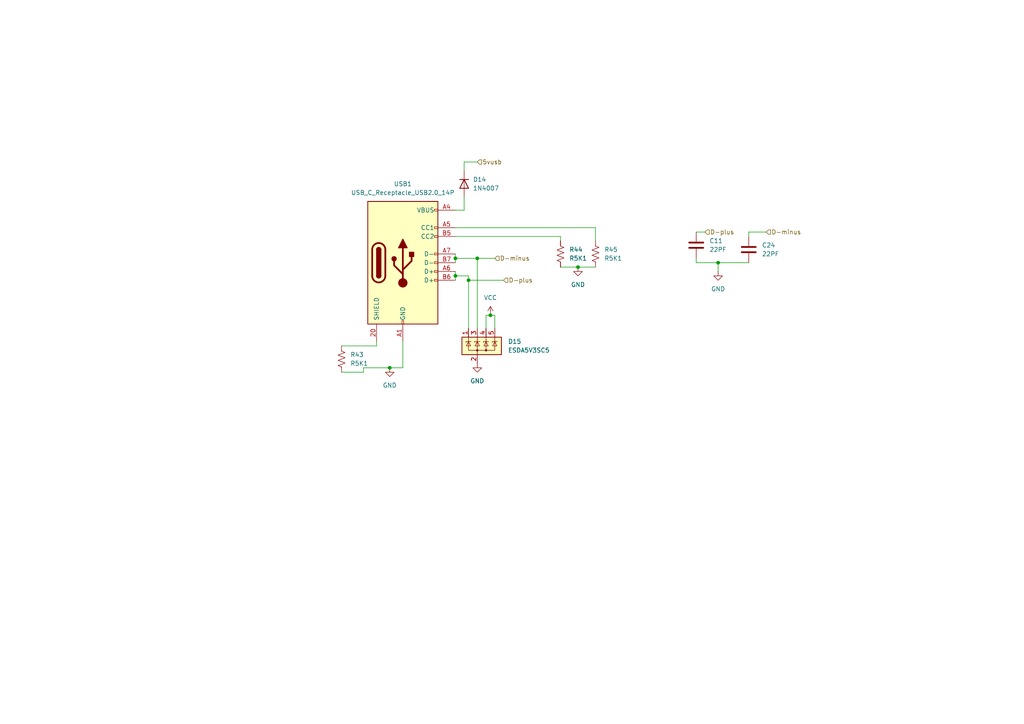
<source format=kicad_sch>
(kicad_sch (version 20250114) (generator "eeschema") (generator_version "9.0")
  (paper "A4")
  (lib_symbols
    (symbol "Connector:USB_C_Receptacle_USB2.0_14P" (pin_names (offset 1.016))
      (property "Reference" "USB1" (at 0 22.86 0))
      (property "Value" "USB_C_Receptacle_USB2.0_14P" (at 0 20.32 0))
      (symbol "USB_C_Receptacle_USB2.0_14P_0_0"
        (rectangle (start -0.254 -17.78) (end 0.254 -16.764))
        (rectangle (start 10.16 15.494) (end 9.144 14.986))
        (rectangle (start 10.16 10.414) (end 9.144 9.906))
        (rectangle (start 10.16 7.874) (end 9.144 7.366))
        (rectangle (start 10.16 2.794) (end 9.144 2.286))
        (rectangle (start 10.16 0.254) (end 9.144 -0.254))
        (rectangle (start 10.16 -2.286) (end 9.144 -2.794))
        (rectangle (start 10.16 -4.826) (end 9.144 -5.334))
      )
      (symbol "USB_C_Receptacle_USB2.0_14P_0_1"
        (rectangle (start -10.16 17.78) (end 10.16 -17.78) (stroke (width 0.254)) (fill (type background)))
        (polyline (pts (xy -8.89 -3.81) (xy -8.89 3.81)) (stroke (width 0.508)))
        (rectangle (start -7.62 -3.81) (end -6.35 3.81) (stroke (width 0.254)) (fill (type outline)))
        (arc (start -7.62 3.81) (mid -6.985 4.4423) (end -6.35 3.81) (stroke (width 0.254)))
        (arc (start -7.62 3.81) (mid -6.985 4.4423) (end -6.35 3.81) (stroke (width 0.254)) (fill (type outline)))
        (arc (start -8.89 3.81) (mid -6.985 5.7067) (end -5.08 3.81) (stroke (width 0.508)))
        (arc (start -5.08 -3.81) (mid -6.985 -5.7067) (end -8.89 -3.81) (stroke (width 0.508)))
        (arc (start -6.35 -3.81) (mid -6.985 -4.4423) (end -7.62 -3.81) (stroke (width 0.254)))
        (arc (start -6.35 -3.81) (mid -6.985 -4.4423) (end -7.62 -3.81) (stroke (width 0.254)) (fill (type outline)))
        (polyline (pts (xy -5.08 3.81) (xy -5.08 -3.81)) (stroke (width 0.508)))
        (circle (center -2.54 1.143) (radius 0.635) (stroke (width 0.254)) (fill (type outline)))
        (polyline (pts (xy -1.27 4.318) (xy 0 6.858) (xy 1.27 4.318) (xy -1.27 4.318)) (stroke (width 0.254)) (fill (type outline)))
        (polyline (pts (xy 0 -2.032) (xy 2.54 0.508) (xy 2.54 1.778)) (stroke (width 0.508)))
        (polyline (pts (xy 0 -3.302) (xy -2.54 -0.762) (xy -2.54 0.508)) (stroke (width 0.508)))
        (polyline (pts (xy 0 -5.842) (xy 0 4.318)) (stroke (width 0.508)))
        (circle (center 0 -5.842) (radius 1.27) (fill (type outline)))
        (rectangle (start 1.905 1.778) (end 3.175 3.048) (stroke (width 0.254)) (fill (type outline)))
      )
      (symbol "USB_C_Receptacle_USB2.0_14P_1_1"
        (pin passive line (at -7.62 -22.86 90) (length 5.08) (name "SHIELD") (number "20"))
        (pin passive line (at 0 -22.86 90) (length 5.08) (name "GND") (number "A1"))
        (pin passive line (at 0 -22.86 90) (length 5.08) (hide yes) (name "GND") (number "A12"))
        (pin passive line (at 0 -22.86 90) (length 5.08) (hide yes) (name "GND") (number "B1"))
        (pin passive line (at 0 -22.86 90) (length 5.08) (hide yes) (name "GND") (number "B12"))
        (pin passive line (at 15.24 15.24 180) (length 5.08) (name "VBUS") (number "A4"))
        (pin passive line (at 15.24 15.24 180) (length 5.08) (hide yes) (name "VBUS") (number "A9"))
        (pin passive line (at 15.24 15.24 180) (length 5.08) (hide yes) (name "VBUS") (number "B4"))
        (pin passive line (at 15.24 15.24 180) (length 5.08) (hide yes) (name "VBUS") (number "B9"))
        (pin bidirectional line (at 15.24 10.16 180) (length 5.08) (name "CC1") (number "A5"))
        (pin bidirectional line (at 15.24 7.62 180) (length 5.08) (name "CC2") (number "B5"))
        (pin bidirectional line (at 15.24 2.54 180) (length 5.08) (name "D-") (number "A7"))
        (pin bidirectional line (at 15.24 0 180) (length 5.08) (name "D-") (number "B7"))
        (pin bidirectional line (at 15.24 -2.54 180) (length 5.08) (name "D+") (number "A6"))
        (pin bidirectional line (at 15.24 -5.08 180) (length 5.08) (name "D+") (number "B6"))
      )
    )
    (symbol "Device:C" (pin_numbers (hide yes)) (pin_names (offset 0.254))
      (property "Reference" "C" (at 0.635 2.54 0))
      (property "Value" "C" (at 0.635 -2.54 0))
      (symbol "C_0_1"
        (polyline (pts (xy -2.032 0.762) (xy 2.032 0.762)) (stroke (width 0.508)))
        (polyline (pts (xy -2.032 -0.762) (xy 2.032 -0.762)) (stroke (width 0.508)))
      )
      (symbol "C_1_1"
        (pin passive line (at 0 3.81 270) (length 2.794) (name "~") (number "1"))
        (pin passive line (at 0 -3.81 90) (length 2.794) (name "~") (number "2"))
      )
    )
    (symbol "Device:R_US" (pin_numbers (hide yes)) (pin_names (offset 0))
      (property "Reference" "R" (at 2.54 0 90))
      (property "Value" "R_US" (at -2.54 0 90))
      (symbol "R_US_0_1"
        (polyline (pts (xy 0 2.286) (xy 0 2.54)))
        (polyline (pts (xy 0 2.286) (xy 1.016 1.905) (xy 0 1.524) (xy -1.016 1.143) (xy 0 0.762)))
        (polyline (pts (xy 0 0.762) (xy 1.016 0.381) (xy 0 0) (xy -1.016 -0.381) (xy 0 -0.762)))
        (polyline (pts (xy 0 -0.762) (xy 1.016 -1.143) (xy 0 -1.524) (xy -1.016 -1.905) (xy 0 -2.286)))
        (polyline (pts (xy 0 -2.286) (xy 0 -2.54)))
      )
      (symbol "R_US_1_1"
        (pin passive line (at 0 3.81 270) (length 1.27) (name "~") (number "1"))
        (pin passive line (at 0 -3.81 90) (length 1.27) (name "~") (number "2"))
      )
    )
    (symbol "Diode:1N4007" (pin_numbers (hide yes)) (pin_names (hide yes))
      (property "Reference" "D" (at 0 2.54 0))
      (property "Value" "1N4007" (at 0 -2.54 0))
      (symbol "1N4007_0_1"
        (polyline (pts (xy -1.27 1.27) (xy -1.27 -1.27)) (stroke (width 0.254)))
        (polyline (pts (xy 1.27 1.27) (xy 1.27 -1.27) (xy -1.27 0) (xy 1.27 1.27)) (stroke (width 0.254)))
        (polyline (pts (xy 1.27 0) (xy -1.27 0)))
      )
      (symbol "1N4007_1_1"
        (pin passive line (at -3.81 0 0) (length 2.54) (name "K") (number "1"))
        (pin passive line (at 3.81 0 180) (length 2.54) (name "A") (number "2"))
      )
    )
    (symbol "Power_Protection:ESDA5V3SC5" (pin_names (hide yes))
      (property "Reference" "D" (at 7.62 2.54 0))
      (property "Value" "ESDA5V3SC5" (at 7.62 0.635 0))
      (symbol "ESDA5V3SC5_0_0"
        (pin passive line (at 0 -5.08 90) (length 2.54) (name "A") (number "2"))
      )
      (symbol "ESDA5V3SC5_0_1"
        (rectangle (start -4.445 2.54) (end 6.985 -2.54) (stroke (width 0.254)) (fill (type background)))
        (polyline (pts (xy -3.302 1.016) (xy -3.302 1.27) (xy -1.778 1.27)))
        (polyline (pts (xy -2.54 2.54) (xy -2.54 1.27)))
        (polyline (pts (xy -2.54 1.27) (xy -2.54 -1.27) (xy 2.54 -1.27) (xy 2.54 1.27)))
        (polyline (pts (xy -2.54 1.27) (xy -1.905 0) (xy -3.175 0) (xy -2.54 1.27)))
        (polyline (pts (xy 0 2.54) (xy 0 1.27)))
        (polyline (pts (xy 0 -1.27) (xy 0 1.27)))
        (polyline (pts (xy 0 -1.27) (xy 0 -2.54)))
        (circle (center 0 -1.27) (radius 0.254) (fill (type outline)))
        (polyline (pts (xy 0.635 0) (xy -0.635 0) (xy 0 1.27) (xy 0.635 0)))
        (polyline (pts (xy 0.762 1.27) (xy -0.762 1.27) (xy -0.762 1.016)))
        (polyline (pts (xy 1.778 1.016) (xy 1.778 1.27) (xy 3.175 1.27) (xy 3.302 1.27)))
        (polyline (pts (xy 2.54 2.54) (xy 2.54 1.27)))
        (polyline (pts (xy 2.54 1.27) (xy 1.905 0) (xy 3.175 0) (xy 2.54 1.27)))
        (circle (center 2.54 -1.27) (radius 0.254) (fill (type outline)))
        (polyline (pts (xy 4.318 1.016) (xy 4.318 1.27) (xy 5.715 1.27) (xy 5.842 1.27)))
        (polyline (pts (xy 5.08 2.54) (xy 5.08 1.27)))
        (polyline (pts (xy 5.08 1.27) (xy 5.08 -1.27) (xy 2.54 -1.27)))
        (polyline (pts (xy 5.08 1.27) (xy 4.445 0) (xy 5.715 0) (xy 5.08 1.27)))
      )
      (symbol "ESDA5V3SC5_1_1"
        (pin passive line (at -2.54 5.08 270) (length 2.54) (name "K") (number "1"))
        (pin passive line (at 0 5.08 270) (length 2.54) (name "K") (number "3"))
        (pin passive line (at 2.54 5.08 270) (length 2.54) (name "K") (number "4"))
        (pin passive line (at 5.08 5.08 270) (length 2.54) (name "K") (number "5"))
      )
    )
    (symbol "power:GND" (power) (pin_numbers (hide yes)) (pin_names (offset 0) (hide yes))
      (property "Value" "GND" (at 0 -3.81 0))
      (symbol "GND_0_1"
        (polyline (pts (xy 0 0) (xy 0 -1.27) (xy 1.27 -1.27) (xy 0 -2.54) (xy -1.27 -1.27) (xy 0 -1.27)))
      )
      (symbol "GND_1_1"
        (pin power_in line (at 0 0 270) (length 0) (name "~") (number "1"))
      )
    )
    (symbol "power:VCC" (power) (pin_numbers (hide yes)) (pin_names (offset 0) (hide yes))
      (property "Value" "VCC" (at 0 3.556 0))
      (symbol "VCC_0_1"
        (polyline (pts (xy -0.762 1.27) (xy 0 2.54)))
        (polyline (pts (xy 0 2.54) (xy 0.762 1.27)))
        (polyline (pts (xy 0 0) (xy 0 2.54)))
      )
      (symbol "VCC_1_1"
        (pin power_in line (at 0 0 90) (length 0) (name "~") (number "1"))
      )
    )
  )
  (junction (at 113.03 106.68))
  (junction (at 132.08 74.93))
  (junction (at 142.24 91.44))
  (junction (at 135.89 81.28))
  (junction (at 138.43 74.93))
  (junction (at 132.08 80.01))
  (junction (at 167.64 77.47))
  (junction (at 208.28 76.2))
  (wire (pts (xy 167.64 77.47) (xy 162.56 77.47)))
  (wire (pts (xy 99.06 107.95) (xy 105.41 107.95)))
  (wire (pts (xy 132.08 78.74) (xy 132.08 80.01)))
  (wire (pts (xy 143.51 91.44) (xy 142.24 91.44)))
  (wire (pts (xy 135.89 80.01) (xy 132.08 80.01)))
  (wire (pts (xy 140.97 91.44) (xy 142.24 91.44)))
  (wire (pts (xy 132.08 60.96) (xy 134.62 60.96)))
  (wire (pts (xy 217.17 76.2) (xy 208.28 76.2)))
  (wire (pts (xy 172.72 66.04) (xy 172.72 69.85)))
  (wire (pts (xy 132.08 68.58) (xy 162.56 68.58)))
  (wire (pts (xy 138.43 46.99) (xy 134.62 46.99)))
  (wire (pts (xy 201.93 67.31) (xy 204.47 67.31)))
  (wire (pts (xy 201.93 76.2) (xy 208.28 76.2)))
  (wire (pts (xy 138.43 95.25) (xy 138.43 74.93)))
  (wire (pts (xy 99.06 100.33) (xy 109.22 100.33)))
  (wire (pts (xy 135.89 95.25) (xy 135.89 81.28)))
  (wire (pts (xy 132.08 74.93) (xy 132.08 76.2)))
  (wire (pts (xy 132.08 66.04) (xy 172.72 66.04)))
  (wire (pts (xy 105.41 106.68) (xy 113.03 106.68)))
  (wire (pts (xy 140.97 95.25) (xy 140.97 91.44)))
  (wire (pts (xy 134.62 46.99) (xy 134.62 49.53)))
  (wire (pts (xy 138.43 74.93) (xy 132.08 74.93)))
  (wire (pts (xy 135.89 81.28) (xy 146.05 81.28)))
  (wire (pts (xy 135.89 81.28) (xy 135.89 80.01)))
  (wire (pts (xy 208.28 76.2) (xy 208.28 78.74)))
  (wire (pts (xy 167.64 77.47) (xy 172.72 77.47)))
  (wire (pts (xy 132.08 80.01) (xy 132.08 81.28)))
  (wire (pts (xy 162.56 68.58) (xy 162.56 69.85)))
  (wire (pts (xy 143.51 95.25) (xy 143.51 91.44)))
  (wire (pts (xy 105.41 107.95) (xy 105.41 106.68)))
  (wire (pts (xy 109.22 100.33) (xy 109.22 99.06)))
  (wire (pts (xy 113.03 106.68) (xy 116.84 106.68)))
  (wire (pts (xy 217.17 67.31) (xy 222.25 67.31)))
  (wire (pts (xy 201.93 74.93) (xy 201.93 76.2)))
  (wire (pts (xy 134.62 57.15) (xy 134.62 60.96)))
  (wire (pts (xy 217.17 68.58) (xy 217.17 67.31)))
  (wire (pts (xy 116.84 99.06) (xy 116.84 106.68)))
  (wire (pts (xy 138.43 74.93) (xy 143.51 74.93)))
  (wire (pts (xy 132.08 73.66) (xy 132.08 74.93)))
  (hierarchical_label "5vusb" (shape input) (at 138.43 46.99 0))
  (hierarchical_label "D-plus" (shape input) (at 204.47 67.31 0))
  (hierarchical_label "D-minus" (shape input) (at 143.51 74.93 0))
  (hierarchical_label "D-plus" (shape input) (at 146.05 81.28 0))
  (hierarchical_label "D-minus" (shape input) (at 222.25 67.31 0))
  (symbol (lib_id "Power_Protection:ESDA5V3SC5") (at 138.43 100.33 0) (unit 1)
    (property "Reference" "D15" (at 147.32 99.0599 0) (effects (justify left)))
    (property "Value" "ESDA5V3SC5" (at 147.32 101.5999 0) (effects (justify left)))
    (property "Footprint" "Package_TO_SOT_SMD:SOT-23-5" (effects (hide yes)))
    (property "Datasheet" "https://www.st.com/resource/en/datasheet/esda5v3sc6.pdf" (effects (hide yes)))
    (property "Description" "Quad TVS Diode Array, 5.3V Standoff, 4 Channels, 400W, ±30kV, SOT-23-5" (effects (hide yes)))
  )
  (symbol (lib_id "power:GND") (at 208.28 78.74 0) (unit 1)
    (property "Reference" "#PWR099" (effects (hide yes)))
    (property "Value" "GND" (at 208.28 83.82 0))
    (property "Description" "Power symbol creates a global label with name \"GND\" , ground" (effects (hide yes)))
  )
  (symbol (lib_id "Diode:1N4007") (at 134.62 53.34 270) (unit 1)
    (property "Reference" "D14" (at 137.16 52.0699 90) (effects (justify left)))
    (property "Value" "1N4007" (at 137.16 54.6099 90) (effects (justify left)))
    (property "Footprint" "Diode_SMD:D_0603_1608Metric_Pad1.05x0.95mm_HandSolder" (effects (hide yes)))
    (property "Datasheet" "http://www.vishay.com/docs/88503/1n4001.pdf" (effects (hide yes)))
    (property "Description" "1000V 1A General Purpose Rectifier Diode, DO-41" (effects (hide yes)))
    (property "Sim.Device" "D" (effects (hide yes)))
    (property "Sim.Pins" "1=K 2=A" (effects (hide yes)))
  )
  (symbol (lib_id "Device:C") (at 201.93 71.12 0) (unit 1)
    (property "Reference" "C11" (at 205.74 69.8499 0) (effects (justify left)))
    (property "Value" "22PF" (at 205.74 72.3899 0) (effects (justify left)))
    (property "Footprint" "Capacitor_SMD:C_0603_1608Metric" (effects (hide yes)))
    (property "Description" "Unpolarized capacitor" (effects (hide yes)))
  )
  (symbol (lib_id "Device:C") (at 217.17 72.39 0) (unit 1)
    (property "Reference" "C24" (at 220.98 71.1199 0) (effects (justify left)))
    (property "Value" "22PF" (at 220.98 73.6599 0) (effects (justify left)))
    (property "Footprint" "Capacitor_SMD:C_0603_1608Metric" (effects (hide yes)))
    (property "Description" "Unpolarized capacitor" (effects (hide yes)))
  )
  (symbol (lib_id "Device:R_US") (at 99.06 104.14 0) (unit 1)
    (property "Reference" "R43" (at 101.6 102.8699 0) (effects (justify left)))
    (property "Value" "R5K1" (at 101.6 105.4099 0) (effects (justify left)))
    (property "Footprint" "Resistor_SMD:R_0201_0603Metric" (effects (hide yes)))
    (property "Description" "Resistor, US symbol" (effects (hide yes)))
  )
  (symbol (lib_id "power:VCC") (at 142.24 91.44 0) (unit 1)
    (property "Reference" "#PWR097" (effects (hide yes)))
    (property "Value" "VCC" (at 142.24 86.36 0))
    (property "Description" "Power symbol creates a global label with name \"VCC\"" (effects (hide yes)))
  )
  (symbol (lib_id "Device:R_US") (at 172.72 73.66 0) (unit 1)
    (property "Reference" "R45" (at 175.26 72.3899 0) (effects (justify left)))
    (property "Value" "R5K1" (at 175.26 74.9299 0) (effects (justify left)))
    (property "Footprint" "Resistor_SMD:R_0201_0603Metric" (effects (hide yes)))
    (property "Description" "Resistor, US symbol" (effects (hide yes)))
  )
  (symbol (lib_id "power:GND") (at 138.43 105.41 0) (unit 1)
    (property "Reference" "#PWR096" (effects (hide yes)))
    (property "Value" "GND" (at 138.43 110.49 0))
    (property "Description" "Power symbol creates a global label with name \"GND\" , ground" (effects (hide yes)))
  )
  (symbol (lib_id "Connector:USB_C_Receptacle_USB2.0_14P") (at 116.84 76.2 0) (unit 1)
    (property "Reference" "USB1" (at 116.84 53.34 0))
    (property "Value" "USB_C_Receptacle_USB2.0_14P" (at 116.84 55.88 0))
    (property "Footprint" "tipo-c-v:USB-C-TH_HX-TYPE-C-16P-180-LC-BH10.0-TYPE-C-VERTICAL" (effects (hide yes)))
    (property "Datasheet" "https://www.usb.org/sites/default/files/documents/usb_type-c.zip" (effects (hide yes)))
    (property "Description" "USB 2.0-only 14P Type-C Receptacle connector" (effects (hide yes)))
  )
  (symbol (lib_id "Device:R_US") (at 162.56 73.66 0) (unit 1)
    (property "Reference" "R44" (at 165.1 72.3899 0) (effects (justify left)))
    (property "Value" "R5K1" (at 165.1 74.9299 0) (effects (justify left)))
    (property "Footprint" "Resistor_SMD:R_0201_0603Metric" (effects (hide yes)))
    (property "Description" "Resistor, US symbol" (effects (hide yes)))
  )
  (symbol (lib_id "power:GND") (at 167.64 77.47 0) (unit 1)
    (property "Reference" "#PWR098" (effects (hide yes)))
    (property "Value" "GND" (at 167.64 82.55 0))
    (property "Description" "Power symbol creates a global label with name \"GND\" , ground" (effects (hide yes)))
  )
  (symbol (lib_id "power:GND") (at 113.03 106.68 0) (unit 1)
    (property "Reference" "#PWR095" (effects (hide yes)))
    (property "Value" "GND" (at 113.03 111.76 0))
    (property "Description" "Power symbol creates a global label with name \"GND\" , ground" (effects (hide yes)))
  )
)
</source>
